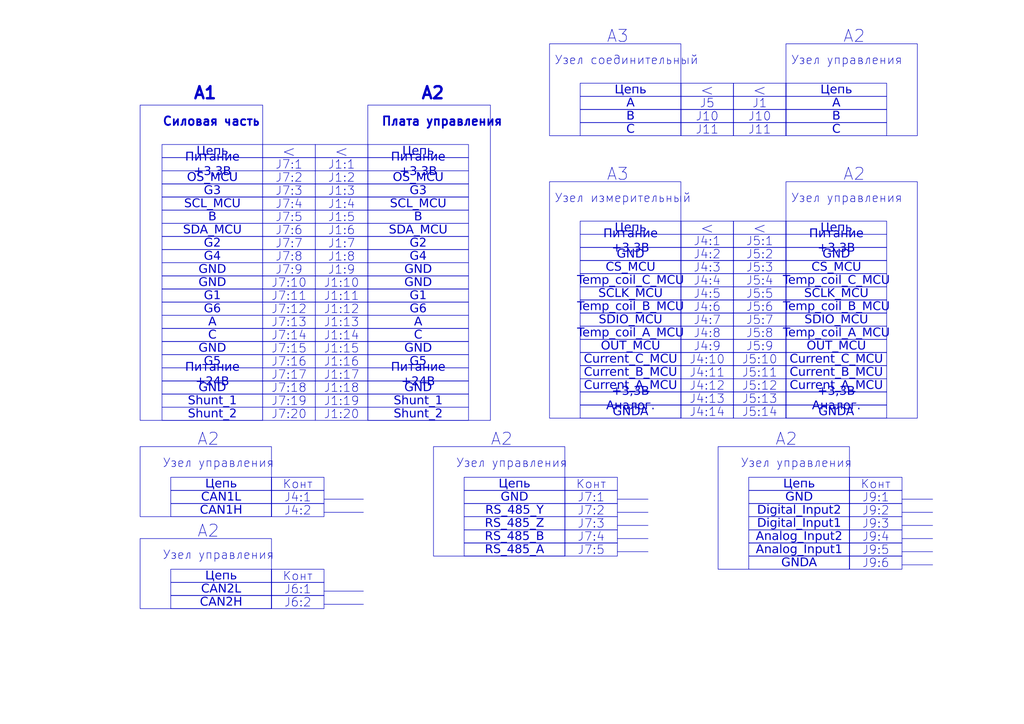
<source format=kicad_sch>
(kicad_sch (version 20230121) (generator eeschema)
  (paper "A4")
  (title_block (comment 1 "МПСТ.76721.758764.02.М Э3"))
  (lib_symbols)
  (polyline (pts (xy 179.07 144.78) (xy 187.96 144.78)))
  (polyline (pts (xy 261.62 152.4) (xy 270.51 152.4)))
  (polyline (pts (xy 93.98 144.78) (xy 105.41 144.78)))
  (polyline (pts (xy 179.07 148.59) (xy 187.96 148.59)))
  (polyline (pts (xy 179.07 156.21) (xy 187.96 156.21)))
  (polyline (pts (xy 261.62 156.21) (xy 270.51 156.21)))
  (polyline (pts (xy 261.62 144.78) (xy 270.51 144.78)))
  (polyline (pts (xy 261.62 163.83) (xy 270.51 163.83)))
  (polyline (pts (xy 179.07 160.02) (xy 187.96 160.02)))
  (polyline (pts (xy 93.98 148.59) (xy 105.41 148.59)))
  (polyline (pts (xy 93.98 175.26) (xy 105.41 175.26)))
  (polyline (pts (xy 93.98 171.45) (xy 105.41 171.45)))
  (polyline (pts (xy 261.62 160.02) (xy 270.51 160.02)))
  (polyline (pts (xy 261.62 148.59) (xy 270.51 148.59)))
  (polyline (pts (xy 179.07 152.4) (xy 187.96 152.4)))
  (rectangle (start 40.64 30.48) (end 76.2 121.92))
  (rectangle (start 40.64 156.21) (end 78.74 176.53))
  (rectangle (start 159.385 52.705) (end 197.485 121.285))
  (rectangle (start 125.73 129.54) (end 163.83 161.29))
  (rectangle (start 159.385 12.7) (end 197.485 39.37))
  (rectangle (start 227.965 52.705) (end 266.065 121.285))
  (rectangle (start 227.965 12.7) (end 266.065 39.37))
  (rectangle (start 40.64 129.54) (end 78.74 149.86))
  (rectangle (start 106.68 30.48) (end 142.24 121.92))
  (rectangle (start 208.28 129.54) (end 246.38 165.1))
  (text_box "J5:6\n" (at 212.725 86.995 0) (size 15.24 3.81) (effects (font (size 2.5 2.5))))
  (text_box "+3,3В Аналог." (at 168.275 113.665 0) (size 29.21 3.81) (effects (font (size 2.5 2.5))))
  (text_box "J5:2" (at 212.725 71.755 0) (size 15.24 3.81) (effects (font (size 2.5 2.5))))
  (text_box "Питание +3,3В" (at 227.965 67.945 0) (size 29.21 3.81) (effects (font (size 2.5 2.5))))
  (text_box "G6" (at 106.68 87.63 0) (size 29.21 3.81) (effects (font (size 2.5 2.5))))
  (text_box "J9:6" (at 246.38 161.29 0) (size 15.24 3.81) (effects (font (size 2.5 2.5))))
  (text_box "J5:7" (at 212.725 90.805 0) (size 15.24 3.81) (effects (font (size 2.5 2.5))))
  (text_box "CAN1H" (at 49.53 146.05 0) (size 29.21 3.81) (effects (font (size 2.5 2.5))))
  (text_box "J1:12" (at 91.44 87.63 0) (size 15.24 3.81) (effects (font (size 2.5 2.5))))
  (text_box "SDA_MCU" (at 46.99 64.77 0) (size 29.21 3.81) (effects (font (size 2.5 2.5))))
  (text_box "B" (at 227.965 31.75 0) (size 29.21 3.81) (effects (font (size 2.5 2.5))))
  (text_box "SDIO_MCU" (at 227.965 90.805 0) (size 29.21 3.81) (effects (font (size 2.5 2.5))))
  (text_box "J7:8" (at 76.2 72.39 0) (size 15.24 3.81) (effects (font (size 2.5 2.5))))
  (text_box "J5:12" (at 212.725 109.855 0) (size 15.24 3.81) (effects (font (size 2.5 2.5))))
  (text_box "J10" (at 197.485 31.75 0) (size 15.24 3.81) (effects (font (size 2.5 2.5))))
  (text_box "J1:6" (at 91.44 64.77 0) (size 15.24 3.81) (effects (font (size 2.5 2.5))))
  (text_box "SDA_MCU" (at 106.68 64.77 0) (size 29.21 3.81) (effects (font (size 2.5 2.5))))
  (text_box "J4:6\n" (at 197.485 86.995 0) (size 15.24 3.81) (effects (font (size 2.5 2.5))))
  (text_box "Analog_Input2" (at 217.17 153.67 0) (size 29.21 3.81) (effects (font (size 2.5 2.5))))
  (text_box "J1:16" (at 91.44 102.87 0) (size 15.24 3.81) (effects (font (size 2.5 2.5))))
  (text_box "CAN2H" (at 49.53 172.72 0) (size 29.21 3.81) (effects (font (size 2.5 2.5))))
  (text_box "Цепь" (at 227.965 64.135 0) (size 29.21 3.81) (effects (font (size 2.5 2.5))))
  (text_box "Digital_Input1" (at 217.17 149.86 0) (size 29.21 3.81) (effects (font (size 2.5 2.5))))
  (text_box "J11" (at 197.485 35.56 0) (size 15.24 3.81) (effects (font (size 2.5 2.5))))
  (text_box "G1" (at 106.68 83.82 0) (size 29.21 3.81) (effects (font (size 2.5 2.5))))
  (text_box "J5:10" (at 212.725 102.235 0) (size 15.24 3.81) (effects (font (size 2.5 2.5))))
  (text_box "J9:2" (at 246.38 146.05 0) (size 15.24 3.81) (effects (font (size 2.5 2.5))))
  (text_box "Current_C_MCU" (at 227.965 102.235 0) (size 29.21 3.81) (effects (font (size 2.5 2.5))))
  (text_box "Current_B_MCU" (at 227.965 106.045 0) (size 29.21 3.81) (effects (font (size 2.5 2.5))))
  (text_box "J1:20" (at 91.44 118.11 0) (size 15.24 3.81) (effects (font (size 2.5 2.5))))
  (text_box "J4:2" (at 78.74 146.05 0) (size 15.24 3.81) (effects (font (size 2.5 2.5))))
  (text_box "J7:4" (at 163.83 153.67 0) (size 15.24 3.81) (effects (font (size 2.5 2.5))))
  (text_box "Конт" (at 78.74 138.43 0) (size 15.24 3.81) (effects (font (size 2.5 2.5))))
  (text_box "J4:7" (at 197.485 90.805 0) (size 15.24 3.81) (effects (font (size 2.5 2.5))))
  (text_box "GND" (at 46.99 110.49 0) (size 29.21 3.81) (effects (font (size 2.5 2.5))))
  (text_box "Питание +3,3В" (at 106.68 45.72 0) (size 29.21 3.81) (effects (font (size 2.5 2.5))))
  (text_box "Конт" (at 78.74 165.1 0) (size 15.24 3.81) (effects (font (size 2.5 2.5))))
  (text_box "J7:11\n" (at 76.2 83.82 0) (size 15.24 3.81) (effects (font (size 2.5 2.5))))
  (text_box "G2\n" (at 106.68 68.58 0) (size 29.21 3.81) (effects (font (size 2.5 2.5))))
  (text_box "J1:14" (at 91.44 95.25 0) (size 15.24 3.81) (effects (font (size 2.5 2.5))))
  (text_box "GND" (at 134.62 142.24 0) (size 29.21 3.81) (effects (font (size 2.5 2.5))))
  (text_box "J1:18" (at 91.44 110.49 0) (size 15.24 3.81) (effects (font (size 2.5 2.5))))
  (text_box "G1" (at 46.99 83.82 0) (size 29.21 3.81) (effects (font (size 2.5 2.5))))
  (text_box "J1:10" (at 91.44 80.01 0) (size 15.24 3.81) (effects (font (size 2.5 2.5))))
  (text_box "GND" (at 106.68 110.49 0) (size 29.21 3.81) (effects (font (size 2.5 2.5))))
  (text_box "J4:3" (at 197.485 75.565 0) (size 15.24 3.81) (effects (font (size 2.5 2.5))))
  (text_box "Цепь" (at 49.53 165.1 0) (size 29.21 3.81) (effects (font (size 2.5 2.5))))
  (text_box "+3,3В Аналог." (at 227.965 113.665 0) (size 29.21 3.81) (effects (font (size 2.5 2.5))))
  (text_box "J6:2" (at 78.74 172.72 0) (size 15.24 3.81) (effects (font (size 2.5 2.5))))
  (text_box "B" (at 106.68 60.96 0) (size 29.21 3.81) (effects (font (size 2.5 2.5))))
  (text_box "J7:20" (at 76.2 118.11 0) (size 15.24 3.81) (effects (font (size 2.5 2.5))))
  (text_box "Analog_Input1" (at 217.17 157.48 0) (size 29.21 3.81) (effects (font (size 2.5 2.5))))
  (text_box "J11" (at 212.725 35.56 0) (size 15.24 3.81) (effects (font (size 2.5 2.5))))
  (text_box "GND" (at 106.68 80.01 0) (size 29.21 3.81) (effects (font (size 2.5 2.5))))
  (text_box "Temp_coil_B_MCU" (at 168.275 86.995 0) (size 29.21 3.81) (effects (font (size 2.5 2.5))))
  (text_box "Цепь" (at 46.99 41.91 0) (size 29.21 3.81) (effects (font (size 2.5 2.5))))
  (text_box "Digital_Input2" (at 217.17 146.05 0) (size 29.21 3.81) (effects (font (size 2.5 2.5))))
  (text_box "Питание +3,3В" (at 46.99 45.72 0) (size 29.21 3.81) (effects (font (size 2.5 2.5))))
  (text_box "J1:13" (at 91.44 91.44 0) (size 15.24 3.81) (effects (font (size 2.5 2.5))))
  (text_box "GNDA" (at 227.965 117.475 0) (size 29.21 3.81) (effects (font (size 2.5 2.5))))
  (text_box "SCL_MCU" (at 46.99 57.15 0) (size 29.21 3.81) (effects (font (size 2.5 2.5))))
  (text_box "J5:14" (at 212.725 117.475 0) (size 15.24 3.81) (effects (font (size 2.5 2.5))))
  (text_box "J5:9\n" (at 212.725 98.425 0) (size 15.24 3.81) (effects (font (size 2.5 2.5))))
  (text_box "RS_485_Y" (at 134.62 146.05 0) (size 29.21 3.81) (effects (font (size 2.5 2.5))))
  (text_box "CS_MCU" (at 168.275 75.565 0) (size 29.21 3.81) (effects (font (size 2.5 2.5))))
  (text_box "A" (at 168.275 27.94 0) (size 29.21 3.81) (effects (font (size 2.5 2.5))))
  (text_box "G5" (at 46.99 102.87 0) (size 29.21 3.81) (effects (font (size 2.5 2.5))))
  (text_box "Shunt_1" (at 46.99 114.3 0) (size 29.21 3.81) (effects (font (size 2.5 2.5))))
  (text_box "J4:10" (at 197.485 102.235 0) (size 15.24 3.81) (effects (font (size 2.5 2.5))))
  (text_box "GND" (at 227.965 71.755 0) (size 29.21 3.81) (effects (font (size 2.5 2.5))))
  (text_box "B" (at 46.99 60.96 0) (size 29.21 3.81) (effects (font (size 2.5 2.5))))
  (text_box "Shunt_2" (at 106.68 118.11 0) (size 29.21 3.81) (effects (font (size 2.5 2.5))))
  (text_box "GND" (at 106.68 99.06 0) (size 29.21 3.81) (effects (font (size 2.5 2.5))))
  (text_box "J5:8\n" (at 212.725 94.615 0) (size 15.24 3.81) (effects (font (size 2.5 2.5))))
  (text_box "RS_485_Z" (at 134.62 149.86 0) (size 29.21 3.81) (effects (font (size 2.5 2.5))))
  (text_box "<" (at 197.485 64.135 0) (size 15.24 3.81) (effects (font (size 3.5 3.5))))
  (text_box "OS_MCU" (at 106.68 49.53 0) (size 29.21 3.81) (effects (font (size 2.5 2.5))))
  (text_box "OS_MCU" (at 46.99 49.53 0) (size 29.21 3.81) (effects (font (size 2.5 2.5))))
  (text_box "J7:12" (at 76.2 87.63 0) (size 15.24 3.81) (effects (font (size 2.5 2.5))))
  (text_box "A" (at 106.68 91.44 0) (size 29.21 3.81) (effects (font (size 2.5 2.5))))
  (text_box "J7:5" (at 163.83 157.48 0) (size 15.24 3.81) (effects (font (size 2.5 2.5))))
  (text_box "Temp_coil_B_MCU" (at 227.965 86.995 0) (size 29.21 3.81) (effects (font (size 2.5 2.5))))
  (text_box "SDIO_MCU" (at 168.275 90.805 0) (size 29.21 3.81) (effects (font (size 2.5 2.5))))
  (text_box "SCLK_MCU" (at 168.275 83.185 0) (size 29.21 3.81) (effects (font (size 2.5 2.5))))
  (text_box "GNDA" (at 217.17 161.29 0) (size 29.21 3.81) (effects (font (size 2.5 2.5))))
  (text_box "Shunt_2" (at 46.99 118.11 0) (size 29.21 3.81) (effects (font (size 2.5 2.5))))
  (text_box "J4:11" (at 197.485 106.045 0) (size 15.24 3.81) (effects (font (size 2.5 2.5))))
  (text_box "J7:14" (at 76.2 95.25 0) (size 15.24 3.81) (effects (font (size 2.5 2.5))))
  (text_box "J1:19" (at 91.44 114.3 0) (size 15.24 3.81) (effects (font (size 2.5 2.5))))
  (text_box "GND" (at 217.17 142.24 0) (size 29.21 3.81) (effects (font (size 2.5 2.5))))
  (text_box "J5:1" (at 212.725 67.945 0) (size 15.24 3.81) (effects (font (size 2.5 2.5))))
  (text_box "J5" (at 197.485 27.94 0) (size 15.24 3.81) (effects (font (size 2.5 2.5))))
  (text_box "J7:2\n" (at 76.2 49.53 0) (size 15.24 3.81) (effects (font (size 2.5 2.5))))
  (text_box "J7:6" (at 76.2 64.77 0) (size 15.24 3.81) (effects (font (size 2.5 2.5))))
  (text_box "Цепь" (at 106.68 41.91 0) (size 29.21 3.81) (effects (font (size 2.5 2.5))))
  (text_box "J1:4" (at 91.44 57.15 0) (size 15.24 3.81) (effects (font (size 2.5 2.5))))
  (text_box "Temp_coil_A_MCU" (at 168.275 94.615 0) (size 29.21 3.81) (effects (font (size 2.5 2.5))))
  (text_box "J10" (at 212.725 31.75 0) (size 15.24 3.81) (effects (font (size 2.5 2.5))))
  (text_box "Shunt_1" (at 106.68 114.3 0) (size 29.21 3.81) (effects (font (size 2.5 2.5))))
  (text_box "C" (at 227.965 35.56 0) (size 29.21 3.81) (effects (font (size 2.5 2.5))))
  (text_box "J7:16" (at 76.2 102.87 0) (size 15.24 3.81) (effects (font (size 2.5 2.5))))
  (text_box "J7:10" (at 76.2 80.01 0) (size 15.24 3.81) (effects (font (size 2.5 2.5))))
  (text_box "SCL_MCU" (at 106.68 57.15 0) (size 29.21 3.81) (effects (font (size 2.5 2.5))))
  (text_box "OUT_MCU" (at 227.965 98.425 0) (size 29.21 3.81) (effects (font (size 2.5 2.5))))
  (text_box "J4:9\n" (at 197.485 98.425 0) (size 15.24 3.81) (effects (font (size 2.5 2.5))))
  (text_box "Питание +24В" (at 106.68 106.68 0) (size 29.21 3.81) (effects (font (size 2.5 2.5))))
  (text_box "C" (at 106.68 95.25 0) (size 29.21 3.81) (effects (font (size 2.5 2.5))))
  (text_box "GNDA" (at 168.275 117.475 0) (size 29.21 3.81) (effects (font (size 2.5 2.5))))
  (text_box "G3" (at 106.68 53.34 0) (size 29.21 3.81) (effects (font (size 2.5 2.5))))
  (text_box "GND" (at 168.275 71.755 0) (size 29.21 3.81) (effects (font (size 2.5 2.5))))
  (text_box "CAN2L" (at 49.53 168.91 0) (size 29.21 3.81) (effects (font (size 2.5 2.5))))
  (text_box "Конт" (at 246.38 138.43 0) (size 15.24 3.81) (effects (font (size 2.5 2.5))))
  (text_box "Цепь" (at 217.17 138.43 0) (size 29.21 3.81) (effects (font (size 2.5 2.5))))
  (text_box "Current_A_MCU" (at 168.275 109.855 0) (size 29.21 3.81) (effects (font (size 2.5 2.5))))
  (text_box "Current_C_MCU" (at 168.275 102.235 0) (size 29.21 3.81) (effects (font (size 2.5 2.5))))
  (text_box "RS_485_B" (at 134.62 153.67 0) (size 29.21 3.81) (effects (font (size 2.5 2.5))))
  (text_box "C" (at 168.275 35.56 0) (size 29.21 3.81) (effects (font (size 2.5 2.5))))
  (text_box "SCLK_MCU" (at 227.965 83.185 0) (size 29.21 3.81) (effects (font (size 2.5 2.5))))
  (text_box "J4:14" (at 197.485 117.475 0) (size 15.24 3.81) (effects (font (size 2.5 2.5))))
  (text_box "J5:3" (at 212.725 75.565 0) (size 15.24 3.81) (effects (font (size 2.5 2.5))))
  (text_box "J7:4" (at 76.2 57.15 0) (size 15.24 3.81) (effects (font (size 2.5 2.5))))
  (text_box "J1:15" (at 91.44 99.06 0) (size 15.24 3.81) (effects (font (size 2.5 2.5))))
  (text_box "A" (at 227.965 27.94 0) (size 29.21 3.81) (effects (font (size 2.5 2.5))))
  (text_box "J7:17" (at 76.2 106.68 0) (size 15.24 3.81) (effects (font (size 2.5 2.5))))
  (text_box "<" (at 91.44 41.91 0) (size 15.24 3.81) (effects (font (size 3.5 3.5))))
  (text_box "J1:17" (at 91.44 106.68 0) (size 15.24 3.81) (effects (font (size 2.5 2.5))))
  (text_box "GND" (at 46.99 76.2 0) (size 29.21 3.81) (effects (font (size 2.5 2.5))))
  (text_box "J4:2" (at 197.485 71.755 0) (size 15.24 3.81) (effects (font (size 2.5 2.5))))
  (text_box "RS_485_A" (at 134.62 157.48 0) (size 29.21 3.81) (effects (font (size 2.5 2.5))))
  (text_box "J4:12" (at 197.485 109.855 0) (size 15.24 3.81) (effects (font (size 2.5 2.5))))
  (text_box "J7:1" (at 76.2 45.72 0) (size 15.24 3.81) (effects (font (size 2.5 2.5))))
  (text_box "J7:3" (at 163.83 149.86 0) (size 15.24 3.81) (effects (font (size 2.5 2.5))))
  (text_box "J7:13" (at 76.2 91.44 0) (size 15.24 3.81) (effects (font (size 2.5 2.5))))
  (text_box "J5:13\n" (at 212.725 113.665 0) (size 15.24 3.81) (effects (font (size 2.5 2.5))))
  (text_box "J7:1" (at 163.83 142.24 0) (size 15.24 3.81) (effects (font (size 2.5 2.5))))
  (text_box "Конт" (at 163.83 138.43 0) (size 15.24 3.81) (effects (font (size 2.5 2.5))))
  (text_box "Цепь" (at 168.275 24.13 0) (size 29.21 3.81) (effects (font (size 2.5 2.5))))
  (text_box "J1:1" (at 91.44 45.72 0) (size 15.24 3.81) (effects (font (size 2.5 2.5))))
  (text_box "G6" (at 46.99 87.63 0) (size 29.21 3.81) (effects (font (size 2.5 2.5))))
  (text_box "Temp_coil_C_MCU" (at 168.275 79.375 0) (size 29.21 3.81) (effects (font (size 2.5 2.5))))
  (text_box "J7:7" (at 76.2 68.58 0) (size 15.24 3.81) (effects (font (size 2.5 2.5))))
  (text_box "J7:2" (at 163.83 146.05 0) (size 15.24 3.81) (effects (font (size 2.5 2.5))))
  (text_box "G5" (at 106.68 102.87 0) (size 29.21 3.81) (effects (font (size 2.5 2.5))))
  (text_box "J5:4" (at 212.725 79.375 0) (size 15.24 3.81) (effects (font (size 2.5 2.5))))
  (text_box "J7:3\n" (at 76.2 53.34 0) (size 15.24 3.81) (effects (font (size 2.5 2.5))))
  (text_box "B" (at 168.275 31.75 0) (size 29.21 3.81) (effects (font (size 2.5 2.5))))
  (text_box "G4" (at 46.99 72.39 0) (size 29.21 3.81) (effects (font (size 2.5 2.5))))
  (text_box "J1:2" (at 91.44 49.53 0) (size 15.24 3.81) (effects (font (size 2.5 2.5))))
  (text_box "Current_A_MCU" (at 227.965 109.855 0) (size 29.21 3.81) (effects (font (size 2.5 2.5))))
  (text_box "J5:5" (at 212.725 83.185 0) (size 15.24 3.81) (effects (font (size 2.5 2.5))))
  (text_box "Цепь" (at 49.53 138.43 0) (size 29.21 3.81) (effects (font (size 2.5 2.5))))
  (text_box "J7:18" (at 76.2 110.49 0) (size 15.24 3.81) (effects (font (size 2.5 2.5))))
  (text_box "Питание +3,3В" (at 168.275 67.945 0) (size 29.21 3.81) (effects (font (size 2.5 2.5))))
  (text_box "J1:5" (at 91.44 60.96 0) (size 15.24 3.81) (effects (font (size 2.5 2.5))))
  (text_box "GND" (at 46.99 80.01 0) (size 29.21 3.81) (effects (font (size 2.5 2.5))))
  (text_box "J7:5\n" (at 76.2 60.96 0) (size 15.24 3.81) (effects (font (size 2.5 2.5))))
  (text_box "Цепь" (at 168.275 64.135 0) (size 29.21 3.81) (effects (font (size 2.5 2.5))))
  (text_box "J4:13\n" (at 197.485 113.665 0) (size 15.24 3.81) (effects (font (size 2.5 2.5))))
  (text_box "J4:5" (at 197.485 83.185 0) (size 15.24 3.81) (effects (font (size 2.5 2.5))))
  (text_box "<" (at 76.2 41.91 0) (size 15.24 3.81) (effects (font (size 3.5 3.5))))
  (text_box "Цепь" (at 134.62 138.43 0) (size 29.21 3.81) (effects (font (size 2.5 2.5))))
  (text_box "J1:9" (at 91.44 76.2 0) (size 15.24 3.81) (effects (font (size 2.5 2.5))))
  (text_box "J1" (at 212.725 27.94 0) (size 15.24 3.81) (effects (font (size 2.5 2.5))))
  (text_box "Temp_coil_C_MCU" (at 227.965 79.375 0) (size 29.21 3.81) (effects (font (size 2.5 2.5))))
  (text_box "J1:7" (at 91.44 68.58 0) (size 15.24 3.81) (effects (font (size 2.5 2.5))))
  (text_box "Цепь" (at 227.965 24.13 0) (size 29.21 3.81) (effects (font (size 2.5 2.5))))
  (text_box "J1:8" (at 91.44 72.39 0) (size 15.24 3.81) (effects (font (size 2.5 2.5))))
  (text_box "J4:4" (at 197.485 79.375 0) (size 15.24 3.81) (effects (font (size 2.5 2.5))))
  (text_box "J7:9" (at 76.2 76.2 0) (size 15.24 3.81) (effects (font (size 2.5 2.5))))
  (text_box "J4:1" (at 197.485 67.945 0) (size 15.24 3.81) (effects (font (size 2.5 2.5))))
  (text_box "J4:8\n" (at 197.485 94.615 0) (size 15.24 3.81) (effects (font (size 2.5 2.5))))
  (text_box "G2\n" (at 46.99 68.58 0) (size 29.21 3.81) (effects (font (size 2.5 2.5))))
  (text_box "CAN1L" (at 49.53 142.24 0) (size 29.21 3.81) (effects (font (size 2.5 2.5))))
  (text_box "<" (at 197.485 24.13 0) (size 15.24 3.81) (effects (font (size 3.5 3.5))))
  (text_box "J7:19" (at 76.2 114.3 0) (size 15.24 3.81) (effects (font (size 2.5 2.5))))
  (text_box "CS_MCU" (at 227.965 75.565 0) (size 29.21 3.81) (effects (font (size 2.5 2.5))))
  (text_box "Temp_coil_A_MCU" (at 227.965 94.615 0) (size 29.21 3.81) (effects (font (size 2.5 2.5))))
  (text_box "J5:11" (at 212.725 106.045 0) (size 15.24 3.81) (effects (font (size 2.5 2.5))))
  (text_box "G4" (at 106.68 72.39 0) (size 29.21 3.81) (effects (font (size 2.5 2.5))))
  (text_box "OUT_MCU" (at 168.275 98.425 0) (size 29.21 3.81) (effects (font (size 2.5 2.5))))
  (text_box "J9:4" (at 246.38 153.67 0) (size 15.24 3.81) (effects (font (size 2.5 2.5))))
  (text_box "Питание +24В" (at 46.99 106.68 0) (size 29.21 3.81) (effects (font (size 2.5 2.5))))
  (text_box "C" (at 46.99 95.25 0) (size 29.21 3.81) (effects (font (size 2.5 2.5))))
  (text_box "<" (at 212.725 64.135 0) (size 15.24 3.81) (effects (font (size 3.5 3.5))))
  (text_box "A" (at 46.99 91.44 0) (size 29.21 3.81) (effects (font (size 2.5 2.5))))
  (text_box "J9:1" (at 246.38 142.24 0) (size 15.24 3.81) (effects (font (size 2.5 2.5))))
  (text_box "<" (at 212.725 24.13 0) (size 15.24 3.81) (effects (font (size 3.5 3.5))))
  (text_box "GND" (at 106.68 76.2 0) (size 29.21 3.81) (effects (font (size 2.5 2.5))))
  (text_box "GND" (at 46.99 99.06 0) (size 29.21 3.81) (effects (font (size 2.5 2.5))))
  (text_box "J9:3" (at 246.38 149.86 0) (size 15.24 3.81) (effects (font (size 2.5 2.5))))
  (text_box "Current_B_MCU" (at 168.275 106.045 0) (size 29.21 3.81) (effects (font (size 2.5 2.5))))
  (text_box "J9:5" (at 246.38 157.48 0) (size 15.24 3.81) (effects (font (size 2.5 2.5))))
  (text_box "J4:1" (at 78.74 142.24 0) (size 15.24 3.81) (effects (font (size 2.5 2.5))))
  (text_box "J1:3" (at 91.44 53.34 0) (size 15.24 3.81) (effects (font (size 2.5 2.5))))
  (text_box "J7:15" (at 76.2 99.06 0) (size 15.24 3.81) (effects (font (size 2.5 2.5))))
  (text_box "J1:11" (at 91.44 83.82 0) (size 15.24 3.81) (effects (font (size 2.5 2.5))))
  (text_box "G3" (at 46.99 53.34 0) (size 29.21 3.81) (effects (font (size 2.5 2.5))))
  (text_box "J6:1" (at 78.74 168.91 0) (size 15.24 3.81) (effects (font (size 2.5 2.5))))
  (text "A2" (at 57.15 129.54 0) (effects (font (size 3.5 3.5)) (justify left bottom)))
  (text "Узел измерительный\n" (at 160.655 59.055 0) (effects (font (size 2.5 2.5)) (justify left bottom)))
  (text "A2" (at 244.475 12.7 0) (effects (font (size 3.5 3.5)) (justify left bottom)))
  (text "Узел управления" (at 132.08 135.89 0) (effects (font (size 2.5 2.5)) (justify left bottom)))
  (text "A2" (at 121.92 29.21 0) (effects (font (size 3.5 3.5) (thickness 0.7) bold) (justify left bottom)))
  (text "A2" (at 244.475 52.705 0) (effects (font (size 3.5 3.5)) (justify left bottom)))
  (text "Плата управления" (at 110.49 36.83 0) (effects (font (size 2.5 2.5) (thickness 0.5) bold) (justify left bottom)))
  (text "Узел управления" (at 214.63 135.89 0) (effects (font (size 2.5 2.5)) (justify left bottom)))
  (text "Узел управления" (at 46.99 135.89 0) (effects (font (size 2.5 2.5)) (justify left bottom)))
  (text "Узел управления\n" (at 229.235 59.055 0) (effects (font (size 2.5 2.5)) (justify left bottom)))
  (text "Узел управления" (at 46.99 162.56 0) (effects (font (size 2.5 2.5)) (justify left bottom)))
  (text "A3" (at 175.895 12.7 0) (effects (font (size 3.5 3.5)) (justify left bottom)))
  (text "A2" (at 142.24 129.54 0) (effects (font (size 3.5 3.5)) (justify left bottom)))
  (text "A2" (at 224.79 129.54 0) (effects (font (size 3.5 3.5)) (justify left bottom)))
  (text "A3" (at 175.895 52.705 0) (effects (font (size 3.5 3.5)) (justify left bottom)))
  (text "Узел управления" (at 229.235 19.05 0) (effects (font (size 2.5 2.5)) (justify left bottom)))
  (text "A2" (at 57.15 156.21 0) (effects (font (size 3.5 3.5)) (justify left bottom)))
  (text "Силовая часть" (at 46.99 36.83 0) (effects (font (size 2.5 2.5) (thickness 0.5) bold) (justify left bottom)))
  (text "Узел соединительный" (at 160.655 19.05 0) (effects (font (size 2.5 2.5)) (justify left bottom)))
  (text "А1" (at 55.88 29.21 0) (effects (font (size 3.5 3.5) (thickness 0.7) bold) (justify left bottom)))
)
</source>
